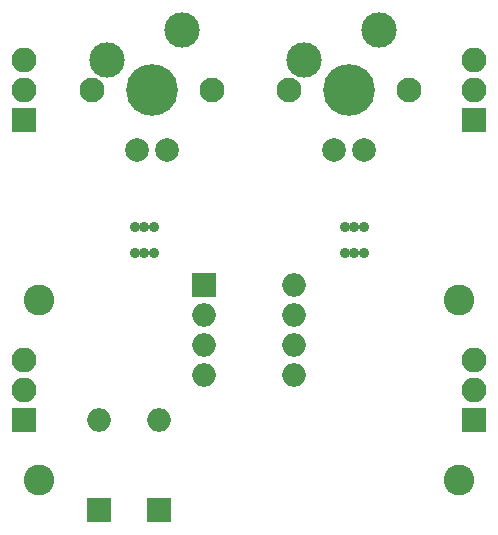
<source format=gbs>
G04 #@! TF.FileFunction,Soldermask,Bot*
%FSLAX46Y46*%
G04 Gerber Fmt 4.6, Leading zero omitted, Abs format (unit mm)*
G04 Created by KiCad (PCBNEW 4.0.6) date 01/19/18 19:38:46*
%MOMM*%
%LPD*%
G01*
G04 APERTURE LIST*
%ADD10C,0.020000*%
%ADD11C,2.600000*%
%ADD12C,0.900000*%
%ADD13C,2.000200*%
%ADD14C,4.380180*%
%ADD15C,3.000000*%
%ADD16C,2.099260*%
%ADD17R,2.000000X2.000000*%
%ADD18O,2.000000X2.000000*%
%ADD19R,2.100000X2.100000*%
%ADD20O,2.100000X2.100000*%
G04 APERTURE END LIST*
D10*
D11*
X17780000Y-45720000D03*
X53340000Y-45720000D03*
X53340000Y-60960000D03*
X17780000Y-60960000D03*
D12*
X44450000Y-39540000D03*
X44450000Y-41740000D03*
X45250000Y-39540000D03*
X43650000Y-39540000D03*
X43650000Y-41740000D03*
X45250000Y-41740000D03*
D13*
X26035000Y-33020000D03*
X28575000Y-33020000D03*
D14*
X27305000Y-27940000D03*
D15*
X29845000Y-22860000D03*
X23495000Y-25400000D03*
D16*
X22225000Y-27940000D03*
X32385000Y-27940000D03*
D17*
X22860000Y-63500000D03*
D18*
X22860000Y-55880000D03*
D17*
X27940000Y-63500000D03*
D18*
X27940000Y-55880000D03*
D13*
X42703800Y-33020000D03*
X45243800Y-33020000D03*
D14*
X43973800Y-27940000D03*
D15*
X46513800Y-22860000D03*
X40163800Y-25400000D03*
D16*
X38893800Y-27940000D03*
X49053800Y-27940000D03*
D17*
X31750000Y-44450000D03*
D18*
X39370000Y-52070000D03*
X31750000Y-46990000D03*
X39370000Y-49530000D03*
X31750000Y-49530000D03*
X39370000Y-46990000D03*
X31750000Y-52070000D03*
X39370000Y-44450000D03*
D19*
X54610000Y-55880000D03*
D20*
X54610000Y-53340000D03*
X54610000Y-50800000D03*
D19*
X16510000Y-55880000D03*
D20*
X16510000Y-53340000D03*
X16510000Y-50800000D03*
D19*
X54610000Y-30480000D03*
D20*
X54610000Y-27940000D03*
X54610000Y-25400000D03*
D19*
X16510000Y-30480000D03*
D20*
X16510000Y-27940000D03*
X16510000Y-25400000D03*
D12*
X26670000Y-39540000D03*
X26670000Y-41740000D03*
X27470000Y-39540000D03*
X25870000Y-39540000D03*
X25870000Y-41740000D03*
X27470000Y-41740000D03*
M02*

</source>
